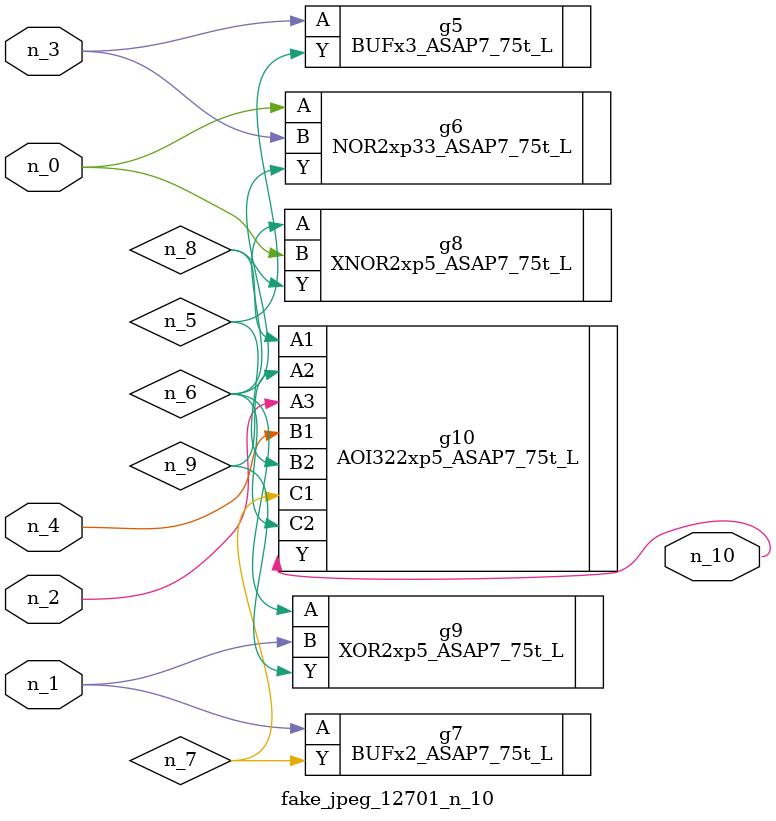
<source format=v>
module fake_jpeg_12701_n_10 (n_3, n_2, n_1, n_0, n_4, n_10);

input n_3;
input n_2;
input n_1;
input n_0;
input n_4;

output n_10;

wire n_8;
wire n_9;
wire n_6;
wire n_5;
wire n_7;

BUFx3_ASAP7_75t_L g5 ( 
.A(n_3),
.Y(n_5)
);

NOR2xp33_ASAP7_75t_L g6 ( 
.A(n_0),
.B(n_3),
.Y(n_6)
);

BUFx2_ASAP7_75t_L g7 ( 
.A(n_1),
.Y(n_7)
);

XNOR2xp5_ASAP7_75t_L g8 ( 
.A(n_6),
.B(n_0),
.Y(n_8)
);

AOI322xp5_ASAP7_75t_L g10 ( 
.A1(n_8),
.A2(n_9),
.A3(n_2),
.B1(n_4),
.B2(n_5),
.C1(n_7),
.C2(n_6),
.Y(n_10)
);

XOR2xp5_ASAP7_75t_L g9 ( 
.A(n_6),
.B(n_1),
.Y(n_9)
);


endmodule
</source>
